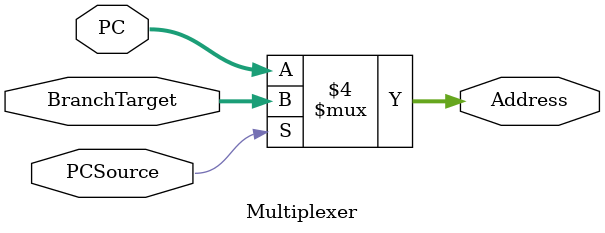
<source format=v>
`timescale 1ns / 1ps

module Multiplexer
	 #(
    //parameters
	 parameter NO_of_mux_inputs = 32	//defult 32 bit multiplexer
	 )
	 (
	 //ports declaration 
	 input [NO_of_mux_inputs-1:0] PC,
	 input [NO_of_mux_inputs-1:0] BranchTarget,
	 input PCSource,
	 output reg[NO_of_mux_inputs-1:0] Address
	 );
	 
	 
	
	 always@(PC,BranchTarget,PCSource) begin
		if(PCSource == 0)begin
			Address = PC;
		end
		else begin
			Address = BranchTarget;
		end
		//$display("BranchTarget in mux = %b",BranchTarget);
		//$display("address in mux = %b",Address);

	 end


endmodule

</source>
